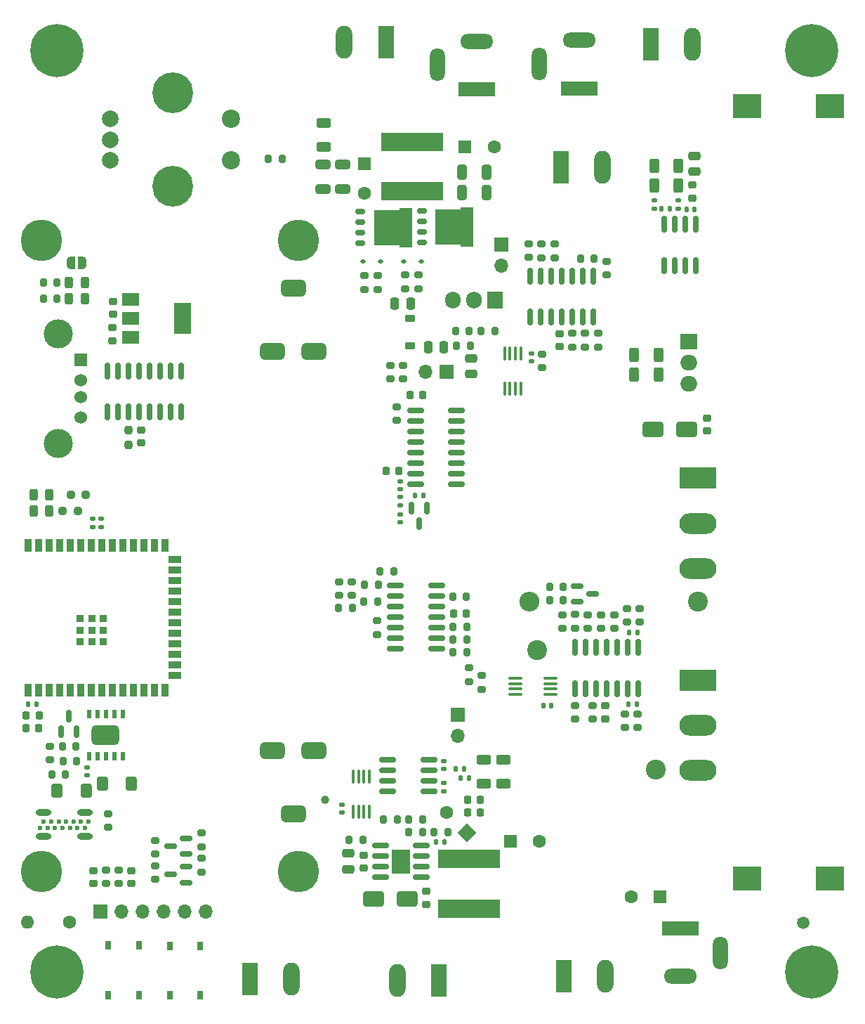
<source format=gbr>
%TF.GenerationSoftware,KiCad,Pcbnew,7.0.8*%
%TF.CreationDate,2023-10-31T22:16:14+02:00*%
%TF.ProjectId,Small_load_V1,536d616c-6c5f-46c6-9f61-645f56312e6b,rev?*%
%TF.SameCoordinates,Original*%
%TF.FileFunction,Soldermask,Top*%
%TF.FilePolarity,Negative*%
%FSLAX46Y46*%
G04 Gerber Fmt 4.6, Leading zero omitted, Abs format (unit mm)*
G04 Created by KiCad (PCBNEW 7.0.8) date 2023-10-31 22:16:14*
%MOMM*%
%LPD*%
G01*
G04 APERTURE LIST*
G04 Aperture macros list*
%AMRoundRect*
0 Rectangle with rounded corners*
0 $1 Rounding radius*
0 $2 $3 $4 $5 $6 $7 $8 $9 X,Y pos of 4 corners*
0 Add a 4 corners polygon primitive as box body*
4,1,4,$2,$3,$4,$5,$6,$7,$8,$9,$2,$3,0*
0 Add four circle primitives for the rounded corners*
1,1,$1+$1,$2,$3*
1,1,$1+$1,$4,$5*
1,1,$1+$1,$6,$7*
1,1,$1+$1,$8,$9*
0 Add four rect primitives between the rounded corners*
20,1,$1+$1,$2,$3,$4,$5,0*
20,1,$1+$1,$4,$5,$6,$7,0*
20,1,$1+$1,$6,$7,$8,$9,0*
20,1,$1+$1,$8,$9,$2,$3,0*%
%AMHorizOval*
0 Thick line with rounded ends*
0 $1 width*
0 $2 $3 position (X,Y) of the first rounded end (center of the circle)*
0 $4 $5 position (X,Y) of the second rounded end (center of the circle)*
0 Add line between two ends*
20,1,$1,$2,$3,$4,$5,0*
0 Add two circle primitives to create the rounded ends*
1,1,$1,$2,$3*
1,1,$1,$4,$5*%
%AMRotRect*
0 Rectangle, with rotation*
0 The origin of the aperture is its center*
0 $1 length*
0 $2 width*
0 $3 Rotation angle, in degrees counterclockwise*
0 Add horizontal line*
21,1,$1,$2,0,0,$3*%
%AMFreePoly0*
4,1,19,0.500000,-0.750000,0.000000,-0.750000,0.000000,-0.744911,-0.071157,-0.744911,-0.207708,-0.704816,-0.327430,-0.627875,-0.420627,-0.520320,-0.479746,-0.390866,-0.500000,-0.250000,-0.500000,0.250000,-0.479746,0.390866,-0.420627,0.520320,-0.327430,0.627875,-0.207708,0.704816,-0.071157,0.744911,0.000000,0.744911,0.000000,0.750000,0.500000,0.750000,0.500000,-0.750000,0.500000,-0.750000,
$1*%
%AMFreePoly1*
4,1,19,0.000000,0.744911,0.071157,0.744911,0.207708,0.704816,0.327430,0.627875,0.420627,0.520320,0.479746,0.390866,0.500000,0.250000,0.500000,-0.250000,0.479746,-0.390866,0.420627,-0.520320,0.327430,-0.627875,0.207708,-0.704816,0.071157,-0.744911,0.000000,-0.744911,0.000000,-0.750000,-0.500000,-0.750000,-0.500000,0.750000,0.000000,0.750000,0.000000,0.744911,0.000000,0.744911,
$1*%
G04 Aperture macros list end*
%ADD10RoundRect,0.200000X-0.275000X0.200000X-0.275000X-0.200000X0.275000X-0.200000X0.275000X0.200000X0*%
%ADD11R,0.700000X1.000000*%
%ADD12RoundRect,0.112500X-0.187500X-0.112500X0.187500X-0.112500X0.187500X0.112500X-0.187500X0.112500X0*%
%ADD13R,4.400000X1.800000*%
%ADD14O,4.000000X1.800000*%
%ADD15O,1.800000X4.000000*%
%ADD16RoundRect,0.250000X-0.650000X0.325000X-0.650000X-0.325000X0.650000X-0.325000X0.650000X0.325000X0*%
%ADD17RoundRect,0.150000X0.150000X-0.825000X0.150000X0.825000X-0.150000X0.825000X-0.150000X-0.825000X0*%
%ADD18RoundRect,0.225000X0.250000X-0.225000X0.250000X0.225000X-0.250000X0.225000X-0.250000X-0.225000X0*%
%ADD19RoundRect,0.200000X0.200000X0.275000X-0.200000X0.275000X-0.200000X-0.275000X0.200000X-0.275000X0*%
%ADD20RoundRect,0.135000X-0.185000X0.135000X-0.185000X-0.135000X0.185000X-0.135000X0.185000X0.135000X0*%
%ADD21RoundRect,0.200000X-0.200000X-0.275000X0.200000X-0.275000X0.200000X0.275000X-0.200000X0.275000X0*%
%ADD22RoundRect,0.243750X0.243750X0.456250X-0.243750X0.456250X-0.243750X-0.456250X0.243750X-0.456250X0*%
%ADD23R,1.524000X1.524000*%
%ADD24C,1.524000*%
%ADD25C,3.500000*%
%ADD26R,1.700000X1.700000*%
%ADD27O,1.700000X1.700000*%
%ADD28RoundRect,0.600000X1.100000X-0.600000X1.100000X0.600000X-1.100000X0.600000X-1.100000X-0.600000X0*%
%ADD29R,0.510000X1.100000*%
%ADD30RoundRect,0.225000X0.225000X0.250000X-0.225000X0.250000X-0.225000X-0.250000X0.225000X-0.250000X0*%
%ADD31RoundRect,0.200000X0.275000X-0.200000X0.275000X0.200000X-0.275000X0.200000X-0.275000X-0.200000X0*%
%ADD32RoundRect,0.140000X0.170000X-0.140000X0.170000X0.140000X-0.170000X0.140000X-0.170000X-0.140000X0*%
%ADD33RoundRect,0.140000X-0.170000X0.140000X-0.170000X-0.140000X0.170000X-0.140000X0.170000X0.140000X0*%
%ADD34RoundRect,0.225000X-0.250000X0.225000X-0.250000X-0.225000X0.250000X-0.225000X0.250000X0.225000X0*%
%ADD35C,3.600000*%
%ADD36C,6.400000*%
%ADD37R,1.980000X3.960000*%
%ADD38O,1.980000X3.960000*%
%ADD39RoundRect,0.140000X-0.140000X-0.170000X0.140000X-0.170000X0.140000X0.170000X-0.140000X0.170000X0*%
%ADD40R,1.510000X4.710000*%
%ADD41R,3.100000X4.210000*%
%ADD42RoundRect,0.175000X-0.400000X0.175000X-0.400000X-0.175000X0.400000X-0.175000X0.400000X0.175000X0*%
%ADD43RoundRect,0.250000X0.475000X-0.250000X0.475000X0.250000X-0.475000X0.250000X-0.475000X-0.250000X0*%
%ADD44C,2.000000*%
%ADD45C,4.920000*%
%ADD46C,2.200000*%
%ADD47R,2.000000X1.905000*%
%ADD48O,2.000000X1.905000*%
%ADD49C,5.000000*%
%ADD50RoundRect,0.140000X0.140000X0.170000X-0.140000X0.170000X-0.140000X-0.170000X0.140000X-0.170000X0*%
%ADD51R,4.500000X2.500000*%
%ADD52O,4.500000X2.500000*%
%ADD53RoundRect,0.135000X-0.135000X-0.185000X0.135000X-0.185000X0.135000X0.185000X-0.135000X0.185000X0*%
%ADD54RoundRect,0.237500X0.237500X-0.250000X0.237500X0.250000X-0.237500X0.250000X-0.237500X-0.250000X0*%
%ADD55R,7.500000X2.200000*%
%ADD56RoundRect,0.243750X-0.243750X-0.456250X0.243750X-0.456250X0.243750X0.456250X-0.243750X0.456250X0*%
%ADD57R,1.905000X2.000000*%
%ADD58O,1.905000X2.000000*%
%ADD59RoundRect,0.250000X1.000000X0.650000X-1.000000X0.650000X-1.000000X-0.650000X1.000000X-0.650000X0*%
%ADD60RoundRect,0.250000X-0.475000X0.250000X-0.475000X-0.250000X0.475000X-0.250000X0.475000X0.250000X0*%
%ADD61RoundRect,0.150000X-0.150000X0.587500X-0.150000X-0.587500X0.150000X-0.587500X0.150000X0.587500X0*%
%ADD62C,1.500000*%
%ADD63RoundRect,0.100000X0.100000X-0.712500X0.100000X0.712500X-0.100000X0.712500X-0.100000X-0.712500X0*%
%ADD64RoundRect,0.250000X-0.312500X-0.625000X0.312500X-0.625000X0.312500X0.625000X-0.312500X0.625000X0*%
%ADD65RoundRect,0.250000X-0.400000X-0.600000X0.400000X-0.600000X0.400000X0.600000X-0.400000X0.600000X0*%
%ADD66RoundRect,0.250000X0.625000X-0.312500X0.625000X0.312500X-0.625000X0.312500X-0.625000X-0.312500X0*%
%ADD67RoundRect,0.250000X0.250000X0.475000X-0.250000X0.475000X-0.250000X-0.475000X0.250000X-0.475000X0*%
%ADD68RoundRect,0.150000X0.587500X0.150000X-0.587500X0.150000X-0.587500X-0.150000X0.587500X-0.150000X0*%
%ADD69RoundRect,0.135000X0.185000X-0.135000X0.185000X0.135000X-0.185000X0.135000X-0.185000X-0.135000X0*%
%ADD70RoundRect,0.237500X0.250000X0.237500X-0.250000X0.237500X-0.250000X-0.237500X0.250000X-0.237500X0*%
%ADD71RoundRect,0.250000X-0.325000X-0.650000X0.325000X-0.650000X0.325000X0.650000X-0.325000X0.650000X0*%
%ADD72RoundRect,0.112500X0.187500X0.112500X-0.187500X0.112500X-0.187500X-0.112500X0.187500X-0.112500X0*%
%ADD73RoundRect,0.150000X0.825000X0.150000X-0.825000X0.150000X-0.825000X-0.150000X0.825000X-0.150000X0*%
%ADD74RoundRect,0.225000X-0.375000X0.225000X-0.375000X-0.225000X0.375000X-0.225000X0.375000X0.225000X0*%
%ADD75R,3.500000X3.000000*%
%ADD76C,1.000000*%
%ADD77RoundRect,0.100000X-0.100000X0.712500X-0.100000X-0.712500X0.100000X-0.712500X0.100000X0.712500X0*%
%ADD78R,0.900000X1.500000*%
%ADD79R,1.500000X0.900000*%
%ADD80R,0.900000X0.900000*%
%ADD81C,0.600000*%
%ADD82O,1.900000X0.800000*%
%ADD83RoundRect,0.135000X0.135000X0.185000X-0.135000X0.185000X-0.135000X-0.185000X0.135000X-0.185000X0*%
%ADD84RoundRect,0.250000X0.312500X0.625000X-0.312500X0.625000X-0.312500X-0.625000X0.312500X-0.625000X0*%
%ADD85FreePoly0,180.000000*%
%ADD86FreePoly1,180.000000*%
%ADD87RoundRect,0.150000X-0.825000X-0.150000X0.825000X-0.150000X0.825000X0.150000X-0.825000X0.150000X0*%
%ADD88RoundRect,0.225000X-0.225000X-0.250000X0.225000X-0.250000X0.225000X0.250000X-0.225000X0.250000X0*%
%ADD89RoundRect,0.100000X0.712500X0.100000X-0.712500X0.100000X-0.712500X-0.100000X0.712500X-0.100000X0*%
%ADD90RoundRect,0.150000X-0.587500X-0.150000X0.587500X-0.150000X0.587500X0.150000X-0.587500X0.150000X0*%
%ADD91RoundRect,0.150000X0.150000X-0.587500X0.150000X0.587500X-0.150000X0.587500X-0.150000X-0.587500X0*%
%ADD92RoundRect,0.250000X-1.000000X-0.650000X1.000000X-0.650000X1.000000X0.650000X-1.000000X0.650000X0*%
%ADD93R,2.290000X3.000000*%
%ADD94R,2.000000X1.500000*%
%ADD95R,2.000000X3.800000*%
%ADD96RoundRect,0.500000X1.000000X0.500000X-1.000000X0.500000X-1.000000X-0.500000X1.000000X-0.500000X0*%
%ADD97RoundRect,0.500000X-1.000000X-0.500000X1.000000X-0.500000X1.000000X0.500000X-1.000000X0.500000X0*%
%ADD98C,2.400000*%
%ADD99HorizOval,2.400000X0.000000X0.000000X0.000000X0.000000X0*%
%ADD100C,1.600000*%
%ADD101O,1.600000X1.600000*%
%ADD102RotRect,1.600000X1.600000X135.000000*%
%ADD103O,2.400000X2.400000*%
%ADD104R,1.600000X1.600000*%
G04 APERTURE END LIST*
D10*
%TO.C,R18*%
X72425000Y-149225000D03*
X72425000Y-150875000D03*
%TD*%
D11*
%TO.C,SW4*%
X64900000Y-162800000D03*
X64900000Y-168800000D03*
X61200000Y-162800000D03*
X61200000Y-168800000D03*
%TD*%
D12*
%TO.C,D2*%
X96850000Y-80350000D03*
X98950000Y-80350000D03*
%TD*%
D13*
%TO.C,J3*%
X105650000Y-59650000D03*
D14*
X105650000Y-53850000D03*
D15*
X100850000Y-56650000D03*
%TD*%
D16*
%TO.C,C14*%
X87050000Y-68725000D03*
X87050000Y-71675000D03*
%TD*%
D17*
%TO.C,U16*%
X61055000Y-98525000D03*
X62325000Y-98525000D03*
X63595000Y-98525000D03*
X64865000Y-98525000D03*
X66135000Y-98525000D03*
X67405000Y-98525000D03*
X68675000Y-98525000D03*
X69945000Y-98525000D03*
X69945000Y-93575000D03*
X68675000Y-93575000D03*
X67405000Y-93575000D03*
X66135000Y-93575000D03*
X64865000Y-93575000D03*
X63595000Y-93575000D03*
X62325000Y-93575000D03*
X61055000Y-93575000D03*
%TD*%
D10*
%TO.C,R24*%
X121290000Y-80350000D03*
X121290000Y-82000000D03*
%TD*%
%TO.C,R46*%
X117140000Y-89050000D03*
X117140000Y-90700000D03*
%TD*%
D18*
%TO.C,C39*%
X91950000Y-153450000D03*
X91950000Y-151900000D03*
%TD*%
D19*
%TO.C,R40*%
X99075000Y-149150000D03*
X97425000Y-149150000D03*
%TD*%
D20*
%TO.C,R30*%
X129900000Y-72990000D03*
X129900000Y-74010000D03*
%TD*%
D21*
%TO.C,R64*%
X94375000Y-147600000D03*
X96025000Y-147600000D03*
%TD*%
D10*
%TO.C,R83*%
X61150000Y-146925000D03*
X61150000Y-148575000D03*
%TD*%
D22*
%TO.C,D6*%
X54087500Y-108450000D03*
X52212500Y-108450000D03*
%TD*%
D23*
%TO.C,J1*%
X57827500Y-92200000D03*
D24*
X57827500Y-94700000D03*
X57827500Y-96700000D03*
X57827500Y-99200000D03*
D25*
X55117500Y-89130000D03*
X55117500Y-102270000D03*
%TD*%
D19*
%TO.C,R61*%
X107775000Y-88800000D03*
X106125000Y-88800000D03*
%TD*%
D26*
%TO.C,J15*%
X103300000Y-135025000D03*
D27*
X103300000Y-137565000D03*
%TD*%
D10*
%TO.C,R51*%
X119025000Y-122925000D03*
X119025000Y-124575000D03*
%TD*%
D28*
%TO.C,U15*%
X60850000Y-137475000D03*
D29*
X58910000Y-140015000D03*
X59910000Y-140015000D03*
X60910000Y-140015000D03*
X61910000Y-140015000D03*
X62910000Y-140015000D03*
X62910000Y-134915000D03*
X61910000Y-134915000D03*
X60910000Y-134915000D03*
X59910000Y-134915000D03*
X58910000Y-134915000D03*
%TD*%
D30*
%TO.C,C36*%
X106075000Y-145250000D03*
X104525000Y-145250000D03*
%TD*%
D31*
%TO.C,R14*%
X66825000Y-154825000D03*
X66825000Y-153175000D03*
%TD*%
D17*
%TO.C,U13*%
X128245000Y-80875000D03*
X129515000Y-80875000D03*
X130785000Y-80875000D03*
X132055000Y-80875000D03*
X132055000Y-75925000D03*
X130785000Y-75925000D03*
X129515000Y-75925000D03*
X128245000Y-75925000D03*
%TD*%
D32*
%TO.C,C19*%
X112250000Y-92390000D03*
X112250000Y-91430000D03*
%TD*%
D20*
%TO.C,R29*%
X127000000Y-72990000D03*
X127000000Y-74010000D03*
%TD*%
D33*
%TO.C,C33*%
X101650000Y-143220000D03*
X101650000Y-144180000D03*
%TD*%
D34*
%TO.C,C15*%
X99550000Y-156275000D03*
X99550000Y-157825000D03*
%TD*%
D35*
%TO.C,H1*%
X55000000Y-55000000D03*
D36*
X55000000Y-55000000D03*
%TD*%
D30*
%TO.C,C35*%
X106075000Y-146800000D03*
X104525000Y-146800000D03*
%TD*%
D37*
%TO.C,J16*%
X78250000Y-166850000D03*
D38*
X83250000Y-166850000D03*
%TD*%
D39*
%TO.C,C20*%
X51550000Y-133750000D03*
X52510000Y-133750000D03*
%TD*%
D19*
%TO.C,R85*%
X57275000Y-138825000D03*
X55625000Y-138825000D03*
%TD*%
D18*
%TO.C,C22*%
X133350000Y-100775000D03*
X133350000Y-99225000D03*
%TD*%
D40*
%TO.C,Q6*%
X97050000Y-76310000D03*
D41*
X94764000Y-76310000D03*
D42*
X91600000Y-74410000D03*
X91600000Y-75680000D03*
X91600000Y-76950000D03*
X91600000Y-78220000D03*
%TD*%
D43*
%TO.C,C26*%
X131900000Y-69550000D03*
X131900000Y-67650000D03*
%TD*%
D34*
%TO.C,C34*%
X131600000Y-71175000D03*
X131600000Y-72725000D03*
%TD*%
D16*
%TO.C,C13*%
X89450000Y-68725000D03*
X89450000Y-71675000D03*
%TD*%
D44*
%TO.C,SW3*%
X61450000Y-63200000D03*
X61450000Y-68200000D03*
X61450000Y-65700000D03*
D45*
X68950000Y-60100000D03*
X68950000Y-71300000D03*
D46*
X75950000Y-63200000D03*
X75950000Y-68200000D03*
%TD*%
D19*
%TO.C,R31*%
X82125000Y-68000000D03*
X80475000Y-68000000D03*
%TD*%
D21*
%TO.C,R77*%
X92025000Y-121400000D03*
X93675000Y-121400000D03*
%TD*%
D47*
%TO.C,Q8*%
X131205000Y-90060000D03*
D48*
X131205000Y-92600000D03*
X131205000Y-95140000D03*
%TD*%
D18*
%TO.C,C6*%
X59350000Y-155300000D03*
X59350000Y-153750000D03*
%TD*%
D19*
%TO.C,R54*%
X116050000Y-119620000D03*
X114400000Y-119620000D03*
%TD*%
D21*
%TO.C,R82*%
X55725000Y-140600000D03*
X57375000Y-140600000D03*
%TD*%
D49*
%TO.C,U12*%
X53150000Y-153850000D03*
X84150000Y-153850000D03*
X53150000Y-77850000D03*
X84150000Y-77850000D03*
%TD*%
D50*
%TO.C,C37*%
X124980000Y-125050000D03*
X124020000Y-125050000D03*
%TD*%
D17*
%TO.C,U8*%
X117440000Y-131825000D03*
X118710000Y-131825000D03*
X119980000Y-131825000D03*
X121250000Y-131825000D03*
X122520000Y-131825000D03*
X123790000Y-131825000D03*
X125060000Y-131825000D03*
X125060000Y-126875000D03*
X123790000Y-126875000D03*
X122520000Y-126875000D03*
X121250000Y-126875000D03*
X119980000Y-126875000D03*
X118710000Y-126875000D03*
X117440000Y-126875000D03*
%TD*%
D37*
%TO.C,J7*%
X126635000Y-54200000D03*
D38*
X131635000Y-54200000D03*
%TD*%
D10*
%TO.C,R65*%
X93625000Y-123665000D03*
X93625000Y-125315000D03*
%TD*%
D51*
%TO.C,Q10*%
X132277500Y-106480000D03*
D52*
X132277500Y-111930000D03*
X132277500Y-117380000D03*
%TD*%
D37*
%TO.C,J8*%
X116100000Y-166450000D03*
D38*
X121100000Y-166450000D03*
%TD*%
D39*
%TO.C,C1*%
X113670000Y-133850000D03*
X114630000Y-133850000D03*
%TD*%
D19*
%TO.C,R39*%
X99075000Y-147600000D03*
X97425000Y-147600000D03*
%TD*%
D31*
%TO.C,R79*%
X113525000Y-93187500D03*
X113525000Y-91537500D03*
%TD*%
D53*
%TO.C,R5*%
X98140000Y-108550000D03*
X99160000Y-108550000D03*
%TD*%
D54*
%TO.C,R56*%
X63600000Y-102512500D03*
X63600000Y-100687500D03*
%TD*%
D10*
%TO.C,R12*%
X118690000Y-89050000D03*
X118690000Y-90700000D03*
%TD*%
D31*
%TO.C,R17*%
X72425000Y-153925000D03*
X72425000Y-152275000D03*
%TD*%
D55*
%TO.C,L2*%
X104650000Y-158350000D03*
X104650000Y-152350000D03*
%TD*%
D56*
%TO.C,D11*%
X56462500Y-82900000D03*
X58337500Y-82900000D03*
%TD*%
D35*
%TO.C,H4*%
X55000000Y-166000000D03*
D36*
X55000000Y-166000000D03*
%TD*%
D17*
%TO.C,U2*%
X112040000Y-87075000D03*
X113310000Y-87075000D03*
X114580000Y-87075000D03*
X115850000Y-87075000D03*
X117120000Y-87075000D03*
X118390000Y-87075000D03*
X119660000Y-87075000D03*
X119660000Y-82125000D03*
X118390000Y-82125000D03*
X117120000Y-82125000D03*
X115850000Y-82125000D03*
X114580000Y-82125000D03*
X113310000Y-82125000D03*
X112040000Y-82125000D03*
%TD*%
D40*
%TO.C,Q4*%
X104450000Y-76190000D03*
D41*
X102164000Y-76190000D03*
D42*
X99000000Y-74290000D03*
X99000000Y-75560000D03*
X99000000Y-76830000D03*
X99000000Y-78100000D03*
%TD*%
D13*
%TO.C,J4*%
X130200000Y-160700000D03*
D14*
X130200000Y-166500000D03*
D15*
X135000000Y-163700000D03*
%TD*%
D31*
%TO.C,R9*%
X62450000Y-155350000D03*
X62450000Y-153700000D03*
%TD*%
D10*
%TO.C,R20*%
X98550000Y-82025000D03*
X98550000Y-83675000D03*
%TD*%
D51*
%TO.C,Q3*%
X132317500Y-130800000D03*
D52*
X132317500Y-136250000D03*
X132317500Y-141700000D03*
%TD*%
D34*
%TO.C,C23*%
X65150000Y-100675000D03*
X65150000Y-102225000D03*
%TD*%
D57*
%TO.C,U18*%
X107790000Y-85005000D03*
D58*
X105250000Y-85005000D03*
X102710000Y-85005000D03*
%TD*%
D34*
%TO.C,C21*%
X121150000Y-133925000D03*
X121150000Y-135475000D03*
%TD*%
D30*
%TO.C,C41*%
X99125000Y-96450000D03*
X97575000Y-96450000D03*
%TD*%
D19*
%TO.C,R53*%
X116050000Y-121150000D03*
X114400000Y-121150000D03*
%TD*%
%TO.C,R66*%
X104400000Y-127490000D03*
X102750000Y-127490000D03*
%TD*%
D59*
%TO.C,D4*%
X130900000Y-100600000D03*
X126900000Y-100600000D03*
%TD*%
D19*
%TO.C,R78*%
X95600000Y-117740000D03*
X93950000Y-117740000D03*
%TD*%
D21*
%TO.C,R62*%
X103075000Y-88800000D03*
X104725000Y-88800000D03*
%TD*%
D60*
%TO.C,C40*%
X90150000Y-151675000D03*
X90150000Y-153575000D03*
%TD*%
D61*
%TO.C,U5*%
X99610000Y-110102500D03*
X97710000Y-110102500D03*
X98660000Y-111977500D03*
%TD*%
D62*
%TO.C,FID2*%
X145000000Y-160050000D03*
%TD*%
D10*
%TO.C,R43*%
X115925000Y-122925000D03*
X115925000Y-124575000D03*
%TD*%
D33*
%TO.C,C4*%
X96350000Y-106870000D03*
X96350000Y-107830000D03*
%TD*%
D63*
%TO.C,U9*%
X90725000Y-146662500D03*
X91375000Y-146662500D03*
X92025000Y-146662500D03*
X92675000Y-146662500D03*
X92675000Y-142437500D03*
X92025000Y-142437500D03*
X91375000Y-142437500D03*
X90725000Y-142437500D03*
%TD*%
D64*
%TO.C,R60*%
X124587500Y-93970000D03*
X127512500Y-93970000D03*
%TD*%
D30*
%TO.C,C5*%
X96200000Y-105650000D03*
X94650000Y-105650000D03*
%TD*%
D65*
%TO.C,D8*%
X60450000Y-143250000D03*
X63950000Y-143250000D03*
%TD*%
D50*
%TO.C,C3*%
X124880000Y-133700000D03*
X123920000Y-133700000D03*
%TD*%
D66*
%TO.C,R48*%
X108830000Y-143312500D03*
X108830000Y-140387500D03*
%TD*%
D10*
%TO.C,R26*%
X111890000Y-78250000D03*
X111890000Y-79900000D03*
%TD*%
D67*
%TO.C,C8*%
X101650000Y-90750000D03*
X99750000Y-90750000D03*
%TD*%
D21*
%TO.C,R69*%
X102750000Y-124390000D03*
X104400000Y-124390000D03*
%TD*%
D19*
%TO.C,R67*%
X104350000Y-120740000D03*
X102700000Y-120740000D03*
%TD*%
D33*
%TO.C,C16*%
X89400000Y-145790000D03*
X89400000Y-146750000D03*
%TD*%
D65*
%TO.C,D9*%
X55000000Y-144100000D03*
X58500000Y-144100000D03*
%TD*%
D19*
%TO.C,R68*%
X104400000Y-125940000D03*
X102750000Y-125940000D03*
%TD*%
D68*
%TO.C,Q1*%
X70550000Y-155200000D03*
X70550000Y-153300000D03*
X68675000Y-154250000D03*
%TD*%
D31*
%TO.C,R27*%
X125000000Y-136525000D03*
X125000000Y-134875000D03*
%TD*%
D39*
%TO.C,C17*%
X127920000Y-74000000D03*
X128880000Y-74000000D03*
%TD*%
D32*
%TO.C,C2*%
X96350000Y-111780000D03*
X96350000Y-110820000D03*
%TD*%
D37*
%TO.C,J11*%
X115735000Y-69050000D03*
D38*
X120735000Y-69050000D03*
%TD*%
D55*
%TO.C,L1*%
X97850000Y-71950000D03*
X97850000Y-65950000D03*
%TD*%
D69*
%TO.C,R35*%
X60350000Y-112360000D03*
X60350000Y-111340000D03*
%TD*%
D31*
%TO.C,R75*%
X95200000Y-94525000D03*
X95200000Y-92875000D03*
%TD*%
D69*
%TO.C,R80*%
X59300000Y-112360000D03*
X59300000Y-111340000D03*
%TD*%
D70*
%TO.C,R57*%
X57512500Y-110450000D03*
X55687500Y-110450000D03*
%TD*%
D31*
%TO.C,R19*%
X97000000Y-83675000D03*
X97000000Y-82025000D03*
%TD*%
D66*
%TO.C,R45*%
X106500000Y-143312500D03*
X106500000Y-140387500D03*
%TD*%
D71*
%TO.C,C9*%
X103825000Y-69600000D03*
X106775000Y-69600000D03*
%TD*%
D11*
%TO.C,SW1*%
X72272500Y-162805000D03*
X72272500Y-168805000D03*
X68572500Y-162805000D03*
X68572500Y-168805000D03*
%TD*%
D72*
%TO.C,D3*%
X94000000Y-80400000D03*
X91900000Y-80400000D03*
%TD*%
D73*
%TO.C,U19*%
X100750000Y-127000000D03*
X100750000Y-125730000D03*
X100750000Y-124460000D03*
X100750000Y-123190000D03*
X100750000Y-121920000D03*
X100750000Y-120650000D03*
X100750000Y-119380000D03*
X95800000Y-119380000D03*
X95800000Y-120650000D03*
X95800000Y-121920000D03*
X95800000Y-123190000D03*
X95800000Y-124460000D03*
X95800000Y-125730000D03*
X95800000Y-127000000D03*
%TD*%
D21*
%TO.C,R74*%
X88950000Y-122090000D03*
X90600000Y-122090000D03*
%TD*%
D64*
%TO.C,R25*%
X124587500Y-91650000D03*
X127512500Y-91650000D03*
%TD*%
D74*
%TO.C,D1*%
X97600000Y-87250000D03*
X97600000Y-90550000D03*
%TD*%
D70*
%TO.C,R58*%
X58462500Y-108500000D03*
X56637500Y-108500000D03*
%TD*%
D19*
%TO.C,R8*%
X54995000Y-82945000D03*
X53345000Y-82945000D03*
%TD*%
D30*
%TO.C,C30*%
X52805000Y-136600000D03*
X51255000Y-136600000D03*
%TD*%
D75*
%TO.C,HS1*%
X138217500Y-154700000D03*
X148217500Y-154700000D03*
X138217500Y-61700000D03*
X148217500Y-61700000D03*
%TD*%
D31*
%TO.C,R70*%
X89025000Y-120615000D03*
X89025000Y-118965000D03*
%TD*%
D76*
%TO.C,TP1*%
X87350000Y-145250000D03*
%TD*%
D21*
%TO.C,R84*%
X54375000Y-142150000D03*
X56025000Y-142150000D03*
%TD*%
D66*
%TO.C,R73*%
X87150000Y-66612500D03*
X87150000Y-63687500D03*
%TD*%
D18*
%TO.C,C7*%
X64000000Y-155325000D03*
X64000000Y-153775000D03*
%TD*%
D77*
%TO.C,U10*%
X110925000Y-91487500D03*
X110275000Y-91487500D03*
X109625000Y-91487500D03*
X108975000Y-91487500D03*
X108975000Y-95712500D03*
X109625000Y-95712500D03*
X110275000Y-95712500D03*
X110925000Y-95712500D03*
%TD*%
D18*
%TO.C,C25*%
X61750000Y-86725000D03*
X61750000Y-85175000D03*
%TD*%
D31*
%TO.C,R1*%
X123500000Y-136525000D03*
X123500000Y-134875000D03*
%TD*%
%TO.C,R41*%
X106200000Y-131925000D03*
X106200000Y-130275000D03*
%TD*%
D37*
%TO.C,J5*%
X101030000Y-167000000D03*
D38*
X96030000Y-167000000D03*
%TD*%
D78*
%TO.C,U3*%
X51470000Y-132050000D03*
X52740000Y-132050000D03*
X54010000Y-132050000D03*
X55280000Y-132050000D03*
X56550000Y-132050000D03*
X57820000Y-132050000D03*
X59090000Y-132050000D03*
X60360000Y-132050000D03*
X61630000Y-132050000D03*
X62900000Y-132050000D03*
X64170000Y-132050000D03*
X65440000Y-132050000D03*
X66710000Y-132050000D03*
X67980000Y-132050000D03*
D79*
X69230000Y-130285000D03*
X69230000Y-129015000D03*
X69230000Y-127745000D03*
X69230000Y-126475000D03*
X69230000Y-125205000D03*
X69230000Y-123935000D03*
X69230000Y-122665000D03*
X69230000Y-121395000D03*
X69230000Y-120125000D03*
X69230000Y-118855000D03*
X69230000Y-117585000D03*
X69230000Y-116315000D03*
D78*
X67980000Y-114550000D03*
X66710000Y-114550000D03*
X65440000Y-114550000D03*
X64170000Y-114550000D03*
X62900000Y-114550000D03*
X61630000Y-114550000D03*
X60360000Y-114550000D03*
X59090000Y-114550000D03*
X57820000Y-114550000D03*
X56550000Y-114550000D03*
X55280000Y-114550000D03*
X54010000Y-114550000D03*
X52740000Y-114550000D03*
X51470000Y-114550000D03*
D80*
X57790000Y-126200000D03*
X59190000Y-126200000D03*
X60590000Y-126200000D03*
X60590000Y-126200000D03*
X57790000Y-124800000D03*
X57790000Y-124800000D03*
X59190000Y-124800000D03*
X60590000Y-124800000D03*
X57790000Y-123400000D03*
X59190000Y-123400000D03*
X60590000Y-123400000D03*
%TD*%
D35*
%TO.C,H3*%
X146000000Y-166000000D03*
D36*
X146000000Y-166000000D03*
%TD*%
D68*
%TO.C,Q2*%
X70550000Y-151750000D03*
X70550000Y-149850000D03*
X68675000Y-150800000D03*
%TD*%
D31*
%TO.C,R42*%
X117450000Y-135525000D03*
X117450000Y-133875000D03*
%TD*%
D69*
%TO.C,R4*%
X96350000Y-109760000D03*
X96350000Y-108740000D03*
%TD*%
D10*
%TO.C,R52*%
X117475000Y-122900000D03*
X117475000Y-124550000D03*
%TD*%
D19*
%TO.C,R11*%
X119765000Y-80075000D03*
X118115000Y-80075000D03*
%TD*%
D73*
%TO.C,U4*%
X103175000Y-107245000D03*
X103175000Y-105975000D03*
X103175000Y-104705000D03*
X103175000Y-103435000D03*
X103175000Y-102165000D03*
X103175000Y-100895000D03*
X103175000Y-99625000D03*
X103175000Y-98355000D03*
X98225000Y-98355000D03*
X98225000Y-99625000D03*
X98225000Y-100895000D03*
X98225000Y-102165000D03*
X98225000Y-103435000D03*
X98225000Y-104705000D03*
X98225000Y-105975000D03*
X98225000Y-107245000D03*
%TD*%
D37*
%TO.C,J6*%
X94650000Y-53950000D03*
D38*
X89650000Y-53950000D03*
%TD*%
D81*
%TO.C,J14*%
X53400000Y-147830000D03*
X54300000Y-147830000D03*
X55200000Y-147830000D03*
X56100000Y-147830000D03*
X57000000Y-147830000D03*
X57900000Y-147830000D03*
X58800000Y-147830000D03*
X58350000Y-148610000D03*
X57450000Y-148610000D03*
X56550000Y-148610000D03*
X55650000Y-148610000D03*
X54750000Y-148610000D03*
X53850000Y-148610000D03*
X52950000Y-148610000D03*
D82*
X58350000Y-146790000D03*
X53400000Y-146790000D03*
X58350000Y-149650000D03*
X53400000Y-149650000D03*
%TD*%
D31*
%TO.C,R36*%
X104650000Y-130975000D03*
X104650000Y-129325000D03*
%TD*%
D10*
%TO.C,R81*%
X54100000Y-138775000D03*
X54100000Y-140425000D03*
%TD*%
D21*
%TO.C,R38*%
X100475000Y-149150000D03*
X102125000Y-149150000D03*
%TD*%
D31*
%TO.C,R21*%
X92100000Y-83725000D03*
X92100000Y-82075000D03*
%TD*%
D34*
%TO.C,C11*%
X115590000Y-89100000D03*
X115590000Y-90650000D03*
%TD*%
D83*
%TO.C,R49*%
X104710000Y-142600000D03*
X103690000Y-142600000D03*
%TD*%
D26*
%TO.C,J13*%
X101975000Y-93700000D03*
D27*
X99435000Y-93700000D03*
%TD*%
D84*
%TO.C,R28*%
X129925000Y-71200000D03*
X127000000Y-71200000D03*
%TD*%
D10*
%TO.C,R23*%
X93650000Y-82075000D03*
X93650000Y-83725000D03*
%TD*%
D85*
%TO.C,JP2*%
X58000000Y-80550000D03*
D86*
X56700000Y-80550000D03*
%TD*%
D26*
%TO.C,J9*%
X108550000Y-78360000D03*
D27*
X108550000Y-80900000D03*
%TD*%
D56*
%TO.C,D12*%
X56462500Y-84895000D03*
X58337500Y-84895000D03*
%TD*%
D19*
%TO.C,R71*%
X93750000Y-119340000D03*
X92100000Y-119340000D03*
%TD*%
D10*
%TO.C,R7*%
X123700000Y-122175000D03*
X123700000Y-123825000D03*
%TD*%
D83*
%TO.C,R50*%
X104060000Y-141500000D03*
X103040000Y-141500000D03*
%TD*%
D67*
%TO.C,C12*%
X97650000Y-85450000D03*
X95750000Y-85450000D03*
%TD*%
D31*
%TO.C,R55*%
X120240000Y-90700000D03*
X120240000Y-89050000D03*
%TD*%
D87*
%TO.C,U14*%
X94875000Y-140395000D03*
X94875000Y-141665000D03*
X94875000Y-142935000D03*
X94875000Y-144205000D03*
X99825000Y-144205000D03*
X99825000Y-142935000D03*
X99825000Y-141665000D03*
X99825000Y-140395000D03*
%TD*%
D19*
%TO.C,R10*%
X54995000Y-84895000D03*
X53345000Y-84895000D03*
%TD*%
D31*
%TO.C,R44*%
X120575000Y-124575000D03*
X120575000Y-122925000D03*
%TD*%
D18*
%TO.C,C24*%
X61700000Y-89925000D03*
X61700000Y-88375000D03*
%TD*%
D26*
%TO.C,J2*%
X60250000Y-158700000D03*
D27*
X62790000Y-158700000D03*
X65330000Y-158700000D03*
X67870000Y-158700000D03*
X70410000Y-158700000D03*
X72950000Y-158700000D03*
%TD*%
D88*
%TO.C,C45*%
X102800000Y-122840000D03*
X104350000Y-122840000D03*
%TD*%
D10*
%TO.C,R2*%
X122200000Y-122925000D03*
X122200000Y-124575000D03*
%TD*%
D89*
%TO.C,U1*%
X114512500Y-132525000D03*
X114512500Y-131875000D03*
X114512500Y-131225000D03*
X114512500Y-130575000D03*
X110287500Y-130575000D03*
X110287500Y-131225000D03*
X110287500Y-131875000D03*
X110287500Y-132525000D03*
%TD*%
D31*
%TO.C,R76*%
X96700000Y-94525000D03*
X96700000Y-92875000D03*
%TD*%
D10*
%TO.C,R6*%
X119550000Y-133875000D03*
X119550000Y-135525000D03*
%TD*%
D22*
%TO.C,D5*%
X54087500Y-110450000D03*
X52212500Y-110450000D03*
%TD*%
D21*
%TO.C,R37*%
X90225000Y-150050000D03*
X91875000Y-150050000D03*
%TD*%
D10*
%TO.C,R15*%
X125250000Y-122175000D03*
X125250000Y-123825000D03*
%TD*%
D13*
%TO.C,J10*%
X117950000Y-59550000D03*
D14*
X117950000Y-53750000D03*
D15*
X113150000Y-56550000D03*
%TD*%
D31*
%TO.C,R32*%
X114990000Y-79950000D03*
X114990000Y-78300000D03*
%TD*%
D32*
%TO.C,C47*%
X58650000Y-142280000D03*
X58650000Y-141320000D03*
%TD*%
D90*
%TO.C,Q7*%
X117750000Y-119500000D03*
X117750000Y-121400000D03*
X119625000Y-120450000D03*
%TD*%
D39*
%TO.C,C18*%
X130940000Y-74150000D03*
X131900000Y-74150000D03*
%TD*%
D31*
%TO.C,R72*%
X90525000Y-120615000D03*
X90525000Y-118965000D03*
%TD*%
D30*
%TO.C,C29*%
X52830000Y-135050000D03*
X51280000Y-135050000D03*
%TD*%
D33*
%TO.C,C32*%
X101650000Y-140570000D03*
X101650000Y-141530000D03*
%TD*%
D60*
%TO.C,C42*%
X104900000Y-92050000D03*
X104900000Y-93950000D03*
%TD*%
D50*
%TO.C,C38*%
X101680000Y-150350000D03*
X100720000Y-150350000D03*
%TD*%
D35*
%TO.C,H2*%
X146000000Y-55000000D03*
D36*
X146000000Y-55000000D03*
%TD*%
D19*
%TO.C,R63*%
X104825000Y-90500000D03*
X103175000Y-90500000D03*
%TD*%
D91*
%TO.C,Q5*%
X55450000Y-137000000D03*
X57350000Y-137000000D03*
X56400000Y-135125000D03*
%TD*%
D31*
%TO.C,R3*%
X60900000Y-155350000D03*
X60900000Y-153700000D03*
%TD*%
D84*
%TO.C,R59*%
X129925000Y-68850000D03*
X127000000Y-68850000D03*
%TD*%
D31*
%TO.C,R34*%
X95950000Y-99550000D03*
X95950000Y-97900000D03*
%TD*%
D10*
%TO.C,R16*%
X66845000Y-150125000D03*
X66845000Y-151775000D03*
%TD*%
D31*
%TO.C,R33*%
X113440000Y-79950000D03*
X113440000Y-78300000D03*
%TD*%
D71*
%TO.C,C10*%
X103827651Y-72100000D03*
X106777651Y-72100000D03*
%TD*%
D92*
%TO.C,D7*%
X93200000Y-157200000D03*
X97200000Y-157200000D03*
%TD*%
D73*
%TO.C,U11*%
X98925000Y-154555000D03*
X98925000Y-153285000D03*
X98925000Y-152015000D03*
X98925000Y-150745000D03*
X93975000Y-150745000D03*
X93975000Y-152015000D03*
X93975000Y-153285000D03*
X93975000Y-154555000D03*
D93*
X96450000Y-152650000D03*
%TD*%
D94*
%TO.C,U17*%
X63850000Y-84950000D03*
X63850000Y-87250000D03*
D95*
X70150000Y-87250000D03*
D94*
X63850000Y-89550000D03*
%TD*%
D96*
%TO.C,J12*%
X83500000Y-83600000D03*
X86000000Y-91200000D03*
X81000000Y-91200000D03*
D97*
X86000000Y-139333000D03*
X81000000Y-139333000D03*
X83500000Y-146933000D03*
%TD*%
D98*
%TO.C,R47*%
X127234205Y-141584205D03*
D99*
X112865795Y-127215795D03*
%TD*%
D100*
%TO.C,R13*%
X56490000Y-160000000D03*
D101*
X51410000Y-160000000D03*
%TD*%
D102*
%TO.C,C28*%
X104467397Y-149237437D03*
D100*
X101992523Y-146762563D03*
%TD*%
D98*
%TO.C,R22*%
X132260000Y-121400000D03*
D103*
X111940000Y-121400000D03*
%TD*%
D104*
%TO.C,C27*%
X127702651Y-156900000D03*
D100*
X124202651Y-156900000D03*
%TD*%
D104*
%TO.C,C31*%
X109647349Y-150200000D03*
D100*
X113147349Y-150200000D03*
%TD*%
D104*
%TO.C,C44*%
X104197349Y-66550000D03*
D100*
X107697349Y-66550000D03*
%TD*%
D104*
%TO.C,C43*%
X92050000Y-68647349D03*
D100*
X92050000Y-72147349D03*
%TD*%
M02*

</source>
